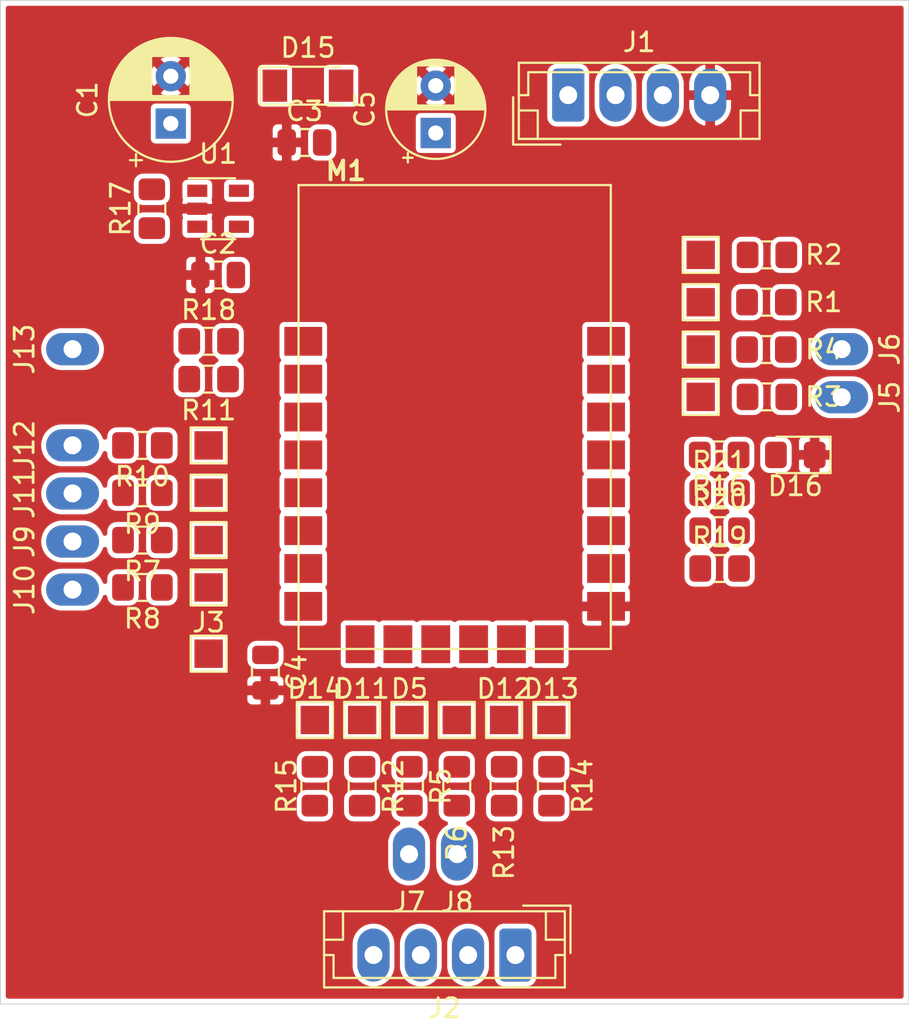
<source format=kicad_pcb>
(kicad_pcb (version 20171130) (host pcbnew "(5.1.2)-1")
  (layers (0 F.Cu signal) (31 B.Cu signal) (34 B.Paste user) (35 F.Paste user) (36 B.SilkS user) (37 F.SilkS user) (38 B.Mask user) (39 F.Mask user) (44 Edge.Cuts user))
  (net 0 "")
  (net 1 "Net-(C1-Pad1)")
  (net 2 GND)
  (net 3 "Net-(C2-Pad2)")
  (net 4 /3V3)
  (net 5 /RXD0)
  (net 6 /TXD0)
  (net 7 /IO4)
  (net 8 /IO5)
  (net 9 /IO9)
  (net 10 /IO10)
  (net 11 /IO12)
  (net 12 /IO13)
  (net 13 /IO14)
  (net 14 /IO16)
  (net 15 /MISO)
  (net 16 /MOSI)
  (net 17 /SCK)
  (net 18 /SC0)
  (net 19 "Net-(D15-Pad2)")
  (net 20 "Net-(D16-Pad2)")
  (net 21 /RXD)
  (net 22 /TXD)
  (net 23 "Net-(J2-Pad4)")
  (net 24 "Net-(J2-Pad3)")
  (net 25 "Net-(J2-Pad2)")
  (net 26 "Net-(J2-Pad1)")
  (net 27 /ADC)
  (net 28 "Net-(R17-Pad1)")
  (net 29 "Net-(M1-Pad1)")
  (net 30 /IO15)
  (net 31 "Net-(J4-Pad2)")
  (net 32 "Net-(J4-Pad3)")
  (net 33 /EN)
  (net 34 "Net-(J5-Pad1)")
  (net 35 "Net-(J6-Pad1)")
  (net 36 "Net-(J7-Pad1)")
  (net 37 "Net-(J8-Pad1)")
  (net 38 "Net-(J9-Pad1)")
  (net 39 "Net-(J10-Pad1)")
  (net 40 "Net-(J11-Pad1)")
  (net 41 "Net-(J12-Pad1)")
  (net 42 "Net-(J13-Pad1)")
  (module Capacitor_THT:CP_Radial_D6.3mm_P2.50mm (layer F.Cu) (at 131 76.5 90)
    (fp_text reference C1 (at 1.25 -4.4 90) (layer F.SilkS))
    (fp_text value CP)
    (pad 1 thru_hole rect (at 0 0 90) (size 1.6 1.6) (drill 0.8) (layers *.Cu *.Mask) (net 1 "Net-(C1-Pad1)"))
    (pad 2 thru_hole circle (at 2.5 0 90) (size 1.6 1.6) (drill 0.8) (layers *.Cu *.Mask) (net 2 GND))
  )
  (module Capacitor_SMD:C_0805_2012Metric (layer F.Cu) (at 133.5 84.5)
    (fp_text reference C2 (at 0 -1.65) (layer F.SilkS))
    (fp_text value 0.1)
    (pad 1 smd roundrect (at -0.9375 0) (size 0.975 1.4) (layers F.Cu F.Paste F.Mask) (net 2 GND))
    (pad 2 smd roundrect (at 0.9375 0) (size 0.975 1.4) (layers F.Cu F.Paste F.Mask) (net 3 "Net-(C2-Pad2)"))
  )
  (module Capacitor_SMD:C_0805_2012Metric (layer F.Cu) (at 138.0625 77.5)
    (fp_text reference C3 (at 0 -1.65) (layer F.SilkS))
    (fp_text value 0.1)
    (pad 2 smd roundrect (at 0.9375 0) (size 0.975 1.4) (layers F.Cu F.Paste F.Mask) (net 4 /3V3))
    (pad 1 smd roundrect (at -0.9375 0) (size 0.975 1.4) (layers F.Cu F.Paste F.Mask) (net 2 GND))
  )
  (module Capacitor_SMD:C_0805_2012Metric (layer F.Cu) (at 136 105.5 270)
    (fp_text reference C4 (at 0 -1.65 90) (layer F.SilkS))
    (fp_text value 0.1)
    (pad 1 smd roundrect (at -0.9375 0 270) (size 0.975 1.4) (layers F.Cu F.Paste F.Mask) (net 4 /3V3))
    (pad 2 smd roundrect (at 0.9375 0 270) (size 0.975 1.4) (layers F.Cu F.Paste F.Mask) (net 2 GND))
  )
  (module Capacitor_THT:CP_Radial_D5.0mm_P2.50mm (layer F.Cu) (at 145 77 90)
    (fp_text reference C5 (at 1.25 -3.75 90) (layer F.SilkS))
    (fp_text value CP)
    (pad 1 thru_hole rect (at 0 0 90) (size 1.6 1.6) (drill 0.8) (layers *.Cu *.Mask) (net 4 /3V3))
    (pad 2 thru_hole circle (at 2.5 0 90) (size 1.6 1.6) (drill 0.8) (layers *.Cu *.Mask) (net 2 GND))
  )
  (module TestPoint:TestPoint_Pad_1.5x1.5mm (layer F.Cu) (at 159 85.936)
    (fp_text reference D1 hide)
    (fp_text value Sold_Pad_small)
    (pad 1 smd rect (at 0 0) (size 1.5 1.5) (layers F.Cu F.Mask) (net 5 /RXD0))
  )
  (module TestPoint:TestPoint_Pad_1.5x1.5mm (layer F.Cu) (at 159 83.436)
    (fp_text reference D2 hide)
    (fp_text value Sold_Pad_small)
    (pad 1 smd rect (at 0 0) (size 1.5 1.5) (layers F.Cu F.Mask) (net 6 /TXD0))
  )
  (module TestPoint:TestPoint_Pad_1.5x1.5mm (layer F.Cu) (at 159 90.936)
    (fp_text reference D3 hide)
    (fp_text value Sold_Pad_small)
    (pad 1 smd rect (at 0 0) (size 1.5 1.5) (layers F.Cu F.Mask) (net 7 /IO4))
  )
  (module TestPoint:TestPoint_Pad_1.5x1.5mm (layer F.Cu) (at 159 88.436)
    (fp_text reference D4 hide)
    (fp_text value Sold_Pad_small)
    (pad 1 smd rect (at 0 0) (size 1.5 1.5) (layers F.Cu F.Mask) (net 8 /IO5))
  )
  (module TestPoint:TestPoint_Pad_1.5x1.5mm (layer F.Cu) (at 143.611 108)
    (fp_text reference D5 (at 0 -1.648) (layer F.SilkS))
    (fp_text value Sold_Pad_small)
    (pad 1 smd rect (at 0 0) (size 1.5 1.5) (layers F.Cu F.Mask) (net 9 /IO9))
  )
  (module TestPoint:TestPoint_Pad_1.5x1.5mm (layer F.Cu) (at 146.111 108)
    (fp_text reference D6 hide)
    (fp_text value Sold_Pad_small hide)
    (pad 1 smd rect (at 0 0) (size 1.5 1.5) (layers F.Cu F.Mask) (net 10 /IO10))
  )
  (module TestPoint:TestPoint_Pad_1.5x1.5mm (layer F.Cu) (at 133 98.5)
    (fp_text reference D7 hide)
    (fp_text value Sold_Pad_small)
    (pad 1 smd rect (at 0 0) (size 1.5 1.5) (layers F.Cu F.Mask) (net 11 /IO12))
  )
  (module TestPoint:TestPoint_Pad_1.5x1.5mm (layer F.Cu) (at 133 101)
    (fp_text reference D8 hide)
    (fp_text value Sold_Pad_small)
    (pad 1 smd rect (at 0 0) (size 1.5 1.5) (layers F.Cu F.Mask) (net 12 /IO13))
  )
  (module TestPoint:TestPoint_Pad_1.5x1.5mm (layer F.Cu) (at 133 96)
    (fp_text reference D9 hide)
    (fp_text value Sold_Pad_small)
    (pad 1 smd rect (at 0 0) (size 1.5 1.5) (layers F.Cu F.Mask) (net 13 /IO14))
  )
  (module TestPoint:TestPoint_Pad_1.5x1.5mm (layer F.Cu) (at 133 93.5)
    (fp_text reference D10 hide)
    (fp_text value Sold_Pad_small hide)
    (pad 1 smd rect (at 0 0) (size 1.5 1.5) (layers F.Cu F.Mask) (net 14 /IO16))
  )
  (module TestPoint:TestPoint_Pad_1.5x1.5mm (layer F.Cu) (at 141.111 108)
    (fp_text reference D11 (at 0 -1.648) (layer F.SilkS))
    (fp_text value Sold_Pad_small)
    (pad 1 smd rect (at 0 0) (size 1.5 1.5) (layers F.Cu F.Mask) (net 15 /MISO))
  )
  (module TestPoint:TestPoint_Pad_1.5x1.5mm (layer F.Cu) (at 148.611 108)
    (fp_text reference D12 (at 0 -1.648) (layer F.SilkS))
    (fp_text value Sold_Pad_small)
    (pad 1 smd rect (at 0 0) (size 1.5 1.5) (layers F.Cu F.Mask) (net 16 /MOSI))
  )
  (module TestPoint:TestPoint_Pad_1.5x1.5mm (layer F.Cu) (at 151.111 108)
    (fp_text reference D13 (at 0 -1.648) (layer F.SilkS))
    (fp_text value Sold_Pad_small)
    (pad 1 smd rect (at 0 0) (size 1.5 1.5) (layers F.Cu F.Mask) (net 17 /SCK))
  )
  (module TestPoint:TestPoint_Pad_1.5x1.5mm (layer F.Cu) (at 138.611 108)
    (fp_text reference D14 (at 0 -1.648) (layer F.SilkS))
    (fp_text value Sold_Pad_small)
    (pad 1 smd rect (at 0 0) (size 1.5 1.5) (layers F.Cu F.Mask) (net 18 /SC0))
  )
  (module Diode_SMD:D_MiniMELF (layer F.Cu) (at 138.25 74.5)
    (fp_text reference D15 (at 0 -2) (layer F.SilkS))
    (fp_text value BAS32)
    (pad 1 smd rect (at -1.75 0) (size 1.3 1.7) (layers F.Cu F.Paste F.Mask) (net 1 "Net-(C1-Pad1)"))
    (pad 2 smd rect (at 1.75 0) (size 1.3 1.7) (layers F.Cu F.Paste F.Mask) (net 19 "Net-(D15-Pad2)"))
  )
  (module LED_SMD:LED_0805_2012Metric_Pad1.15x1.40mm_HandSolder (layer F.Cu) (at 164 94 180)
    (fp_text reference D16 (at 0 -1.65) (layer F.SilkS))
    (fp_text value LED)
    (pad 1 smd roundrect (at -1.025 0 180) (size 1.15 1.4) (layers F.Cu F.Paste F.Mask) (roundrect_rratio 0.217391) (net 2 GND))
    (pad 2 smd roundrect (at 1.025 0 180) (size 1.15 1.4) (layers F.Cu F.Paste F.Mask) (roundrect_rratio 0.217391) (net 20 "Net-(D16-Pad2)"))
  )
  (module Connector_JST:JST_EH_B4B-EH-A_1x04_P2.50mm_Vertical (layer F.Cu) (at 152 75)
    (fp_text reference J1 (at 3.75 -2.8) (layer F.SilkS))
    (fp_text value UART)
    (pad 1 thru_hole roundrect (at 0 0) (size 1.7 2.8) (drill 0.95) (layers *.Cu *.Mask) (roundrect_rratio 0.147) (net 19 "Net-(D15-Pad2)"))
    (pad 2 thru_hole oval (at 2.5 0) (size 1.7 2.8) (drill 0.95) (layers *.Cu *.Mask) (net 21 /RXD))
    (pad 3 thru_hole oval (at 5 0) (size 1.7 2.8) (drill 0.95) (layers *.Cu *.Mask) (net 22 /TXD))
    (pad 4 thru_hole oval (at 7.5 0) (size 1.7 2.8) (drill 0.95) (layers *.Cu *.Mask) (net 2 GND))
  )
  (module Connector_JST:JST_EH_B4B-EH-A_1x04_P2.50mm_Vertical (layer F.Cu) (at 149.21 120.415 180)
    (fp_text reference J2 (at 3.75 -2.8) (layer F.SilkS))
    (fp_text value SPI)
    (pad 4 thru_hole oval (at 7.5 0 180) (size 1.7 2.8) (drill 0.95) (layers *.Cu *.Mask) (net 23 "Net-(J2-Pad4)"))
    (pad 3 thru_hole oval (at 5 0 180) (size 1.7 2.8) (drill 0.95) (layers *.Cu *.Mask) (net 24 "Net-(J2-Pad3)"))
    (pad 2 thru_hole oval (at 2.5 0 180) (size 1.7 2.8) (drill 0.95) (layers *.Cu *.Mask) (net 25 "Net-(J2-Pad2)"))
    (pad 1 thru_hole roundrect (at 0 0 180) (size 1.7 2.8) (drill 0.95) (layers *.Cu *.Mask) (roundrect_rratio 0.147) (net 26 "Net-(J2-Pad1)"))
  )
  (module TestPoint:TestPoint_Pad_1.5x1.5mm (layer F.Cu) (at 133 104.5)
    (fp_text reference J3 (at 0 -1.648) (layer F.SilkS))
    (fp_text value Sold_Pad_small)
    (pad 1 smd rect (at 0 0) (size 1.5 1.5) (layers F.Cu F.Mask) (net 4 /3V3))
  )
  (module Resistor_SMD:R_0805_2012Metric_Pad1.15x1.40mm_HandSolder (layer F.Cu) (at 162.475 85.936)
    (fp_text reference R1 (at 3.025 0) (layer F.SilkS))
    (fp_text value 100)
    (pad 2 smd roundrect (at 1.025 0) (size 1.15 1.4) (layers F.Cu F.Paste F.Mask) (roundrect_rratio 0.217391) (net 21 /RXD))
    (pad 1 smd roundrect (at -1.025 0) (size 1.15 1.4) (layers F.Cu F.Paste F.Mask) (roundrect_rratio 0.217391) (net 5 /RXD0))
  )
  (module Resistor_SMD:R_0805_2012Metric_Pad1.15x1.40mm_HandSolder (layer F.Cu) (at 162.5 83.436)
    (fp_text reference R2 (at 3 0) (layer F.SilkS))
    (fp_text value 100)
    (pad 1 smd roundrect (at -1.025 0) (size 1.15 1.4) (layers F.Cu F.Paste F.Mask) (roundrect_rratio 0.217391) (net 6 /TXD0))
    (pad 2 smd roundrect (at 1.025 0) (size 1.15 1.4) (layers F.Cu F.Paste F.Mask) (roundrect_rratio 0.217391) (net 22 /TXD))
  )
  (module Resistor_SMD:R_0805_2012Metric_Pad1.15x1.40mm_HandSolder (layer F.Cu) (at 162.5 90.936)
    (fp_text reference R3 (at 3 0) (layer F.SilkS))
    (fp_text value 100)
    (pad 2 smd roundrect (at 1.025 0) (size 1.15 1.4) (layers F.Cu F.Paste F.Mask) (roundrect_rratio 0.217391) (net 34 "Net-(J5-Pad1)"))
    (pad 1 smd roundrect (at -1.025 0) (size 1.15 1.4) (layers F.Cu F.Paste F.Mask) (roundrect_rratio 0.217391) (net 7 /IO4))
  )
  (module Resistor_SMD:R_0805_2012Metric_Pad1.15x1.40mm_HandSolder (layer F.Cu) (at 162.475 88.436)
    (fp_text reference R4 (at 3.025 0) (layer F.SilkS))
    (fp_text value 100)
    (pad 1 smd roundrect (at -1.025 0) (size 1.15 1.4) (layers F.Cu F.Paste F.Mask) (roundrect_rratio 0.217391) (net 8 /IO5))
    (pad 2 smd roundrect (at 1.025 0) (size 1.15 1.4) (layers F.Cu F.Paste F.Mask) (roundrect_rratio 0.217391) (net 35 "Net-(J6-Pad1)"))
  )
  (module Resistor_SMD:R_0805_2012Metric_Pad1.15x1.40mm_HandSolder (layer F.Cu) (at 143.611 111.5 270)
    (fp_text reference R5 (at 0 -1.65 90) (layer F.SilkS))
    (fp_text value 100)
    (pad 2 smd roundrect (at 1.025 0 270) (size 1.15 1.4) (layers F.Cu F.Paste F.Mask) (roundrect_rratio 0.217391) (net 36 "Net-(J7-Pad1)"))
    (pad 1 smd roundrect (at -1.025 0 270) (size 1.15 1.4) (layers F.Cu F.Paste F.Mask) (roundrect_rratio 0.217391) (net 9 /IO9))
  )
  (module Resistor_SMD:R_0805_2012Metric_Pad1.15x1.40mm_HandSolder (layer F.Cu) (at 146.111 111.5 270)
    (fp_text reference R6 (at 3 0 90) (layer F.SilkS))
    (fp_text value 100)
    (pad 1 smd roundrect (at -1.025 0 270) (size 1.15 1.4) (layers F.Cu F.Paste F.Mask) (roundrect_rratio 0.217391) (net 10 /IO10))
    (pad 2 smd roundrect (at 1.025 0 270) (size 1.15 1.4) (layers F.Cu F.Paste F.Mask) (roundrect_rratio 0.217391) (net 37 "Net-(J8-Pad1)"))
  )
  (module Resistor_SMD:R_0805_2012Metric_Pad1.15x1.40mm_HandSolder (layer F.Cu) (at 129.5 98.5 180)
    (fp_text reference R7 (at 0 -1.65) (layer F.SilkS))
    (fp_text value 100)
    (pad 2 smd roundrect (at 1.025 0 180) (size 1.15 1.4) (layers F.Cu F.Paste F.Mask) (roundrect_rratio 0.217391) (net 38 "Net-(J9-Pad1)"))
    (pad 1 smd roundrect (at -1.025 0 180) (size 1.15 1.4) (layers F.Cu F.Paste F.Mask) (roundrect_rratio 0.217391) (net 11 /IO12))
  )
  (module Resistor_SMD:R_0805_2012Metric_Pad1.15x1.40mm_HandSolder (layer F.Cu) (at 129.5 101 180)
    (fp_text reference R8 (at 0 -1.65) (layer F.SilkS))
    (fp_text value 100)
    (pad 2 smd roundrect (at 1.025 0 180) (size 1.15 1.4) (layers F.Cu F.Paste F.Mask) (roundrect_rratio 0.217391) (net 39 "Net-(J10-Pad1)"))
    (pad 1 smd roundrect (at -1.025 0 180) (size 1.15 1.4) (layers F.Cu F.Paste F.Mask) (roundrect_rratio 0.217391) (net 12 /IO13))
  )
  (module Resistor_SMD:R_0805_2012Metric_Pad1.15x1.40mm_HandSolder (layer F.Cu) (at 129.5 96 180)
    (fp_text reference R9 (at 0 -1.65) (layer F.SilkS))
    (fp_text value 100)
    (pad 1 smd roundrect (at -1.025 0 180) (size 1.15 1.4) (layers F.Cu F.Paste F.Mask) (roundrect_rratio 0.217391) (net 13 /IO14))
    (pad 2 smd roundrect (at 1.025 0 180) (size 1.15 1.4) (layers F.Cu F.Paste F.Mask) (roundrect_rratio 0.217391) (net 40 "Net-(J11-Pad1)"))
  )
  (module Resistor_SMD:R_0805_2012Metric_Pad1.15x1.40mm_HandSolder (layer F.Cu) (at 129.5 93.5 180)
    (fp_text reference R10 (at 0 -1.65) (layer F.SilkS))
    (fp_text value 100)
    (pad 2 smd roundrect (at 1.025 0 180) (size 1.15 1.4) (layers F.Cu F.Paste F.Mask) (roundrect_rratio 0.217391) (net 41 "Net-(J12-Pad1)"))
    (pad 1 smd roundrect (at -1.025 0 180) (size 1.15 1.4) (layers F.Cu F.Paste F.Mask) (roundrect_rratio 0.217391) (net 14 /IO16))
  )
  (module Resistor_SMD:R_0805_2012Metric_Pad1.15x1.40mm_HandSolder (layer F.Cu) (at 133 90 180)
    (fp_text reference R11 (at 0 -1.65) (layer F.SilkS))
    (fp_text value 100)
    (pad 1 smd roundrect (at -1.025 0 180) (size 1.15 1.4) (layers F.Cu F.Paste F.Mask) (roundrect_rratio 0.217391) (net 27 /ADC))
    (pad 2 smd roundrect (at 1.025 0 180) (size 1.15 1.4) (layers F.Cu F.Paste F.Mask) (roundrect_rratio 0.217391) (net 42 "Net-(J13-Pad1)"))
  )
  (module Resistor_SMD:R_0805_2012Metric_Pad1.15x1.40mm_HandSolder (layer F.Cu) (at 141.111 111.5 270)
    (fp_text reference R12 (at 0 -1.65 90) (layer F.SilkS))
    (fp_text value 100)
    (pad 2 smd roundrect (at 1.025 0 270) (size 1.15 1.4) (layers F.Cu F.Paste F.Mask) (roundrect_rratio 0.217391) (net 24 "Net-(J2-Pad3)"))
    (pad 1 smd roundrect (at -1.025 0 270) (size 1.15 1.4) (layers F.Cu F.Paste F.Mask) (roundrect_rratio 0.217391) (net 15 /MISO))
  )
  (module Resistor_SMD:R_0805_2012Metric_Pad1.15x1.40mm_HandSolder (layer F.Cu) (at 148.611 111.5 270)
    (fp_text reference R13 (at 3.5 0 90) (layer F.SilkS))
    (fp_text value 100)
    (pad 1 smd roundrect (at -1.025 0 270) (size 1.15 1.4) (layers F.Cu F.Paste F.Mask) (roundrect_rratio 0.217391) (net 16 /MOSI))
    (pad 2 smd roundrect (at 1.025 0 270) (size 1.15 1.4) (layers F.Cu F.Paste F.Mask) (roundrect_rratio 0.217391) (net 25 "Net-(J2-Pad2)"))
  )
  (module Resistor_SMD:R_0805_2012Metric_Pad1.15x1.40mm_HandSolder (layer F.Cu) (at 151.111 111.5 270)
    (fp_text reference R14 (at 0 -1.65 90) (layer F.SilkS))
    (fp_text value 100)
    (pad 1 smd roundrect (at -1.025 0 270) (size 1.15 1.4) (layers F.Cu F.Paste F.Mask) (roundrect_rratio 0.217391) (net 17 /SCK))
    (pad 2 smd roundrect (at 1.025 0 270) (size 1.15 1.4) (layers F.Cu F.Paste F.Mask) (roundrect_rratio 0.217391) (net 26 "Net-(J2-Pad1)"))
  )
  (module Resistor_SMD:R_0805_2012Metric_Pad1.15x1.40mm_HandSolder (layer F.Cu) (at 138.611 111.5 270)
    (fp_text reference R15 (at 0 1.5 90) (layer F.SilkS))
    (fp_text value 100)
    (pad 1 smd roundrect (at -1.025 0 270) (size 1.15 1.4) (layers F.Cu F.Paste F.Mask) (roundrect_rratio 0.217391) (net 18 /SC0))
    (pad 2 smd roundrect (at 1.025 0 270) (size 1.15 1.4) (layers F.Cu F.Paste F.Mask) (roundrect_rratio 0.217391) (net 23 "Net-(J2-Pad4)"))
  )
  (module Resistor_SMD:R_0805_2012Metric_Pad1.15x1.40mm_HandSolder (layer F.Cu) (at 159.975 94 180)
    (fp_text reference R16 (at 0 -1.65) (layer F.SilkS))
    (fp_text value 100)
    (pad 2 smd roundrect (at 1.025 0 180) (size 1.15 1.4) (layers F.Cu F.Paste F.Mask) (roundrect_rratio 0.217391) (net 7 /IO4))
    (pad 1 smd roundrect (at -1.025 0 180) (size 1.15 1.4) (layers F.Cu F.Paste F.Mask) (roundrect_rratio 0.217391) (net 20 "Net-(D16-Pad2)"))
  )
  (module Resistor_SMD:R_0805_2012Metric_Pad1.15x1.40mm_HandSolder (layer F.Cu) (at 130 81 90)
    (fp_text reference R17 (at 0 -1.65 90) (layer F.SilkS))
    (fp_text value 10k)
    (pad 2 smd roundrect (at 1.025 0 90) (size 1.15 1.4) (layers F.Cu F.Paste F.Mask) (roundrect_rratio 0.217391) (net 1 "Net-(C1-Pad1)"))
    (pad 1 smd roundrect (at -1.025 0 90) (size 1.15 1.4) (layers F.Cu F.Paste F.Mask) (roundrect_rratio 0.217391) (net 28 "Net-(R17-Pad1)"))
  )
  (module Resistor_SMD:R_0805_2012Metric_Pad1.15x1.40mm_HandSolder (layer F.Cu) (at 133 88)
    (fp_text reference R18 (at 0 -1.65) (layer F.SilkS))
    (fp_text value 10k)
    (pad 1 smd roundrect (at -1.025 0) (size 1.15 1.4) (layers F.Cu F.Paste F.Mask) (roundrect_rratio 0.217391) (net 4 /3V3))
    (pad 2 smd roundrect (at 1.025 0) (size 1.15 1.4) (layers F.Cu F.Paste F.Mask) (roundrect_rratio 0.217391) (net 29 "Net-(M1-Pad1)"))
  )
  (module Resistor_SMD:R_0805_2012Metric_Pad1.15x1.40mm_HandSolder (layer F.Cu) (at 160 100)
    (fp_text reference R19 (at 0 -1.65) (layer F.SilkS))
    (fp_text value 10k)
    (pad 1 smd roundrect (at -1.025 0) (size 1.15 1.4) (layers F.Cu F.Paste F.Mask) (roundrect_rratio 0.217391) (net 30 /IO15))
    (pad 2 smd roundrect (at 1.025 0) (size 1.15 1.4) (layers F.Cu F.Paste F.Mask) (roundrect_rratio 0.217391) (net 4 /3V3))
  )
  (module Resistor_SMD:R_0805_2012Metric_Pad1.15x1.40mm_HandSolder (layer F.Cu) (at 160 98)
    (fp_text reference R20 (at 0 -1.65) (layer F.SilkS))
    (fp_text value 10k)
    (pad 2 smd roundrect (at 1.025 0) (size 1.15 1.4) (layers F.Cu F.Paste F.Mask) (roundrect_rratio 0.217391) (net 4 /3V3))
    (pad 1 smd roundrect (at -1.025 0) (size 1.15 1.4) (layers F.Cu F.Paste F.Mask) (roundrect_rratio 0.217391) (net 31 "Net-(J4-Pad2)"))
  )
  (module Resistor_SMD:R_0805_2012Metric_Pad1.15x1.40mm_HandSolder (layer F.Cu) (at 160 96)
    (fp_text reference R21 (at 0 -1.65) (layer F.SilkS))
    (fp_text value 10k)
    (pad 1 smd roundrect (at -1.025 0) (size 1.15 1.4) (layers F.Cu F.Paste F.Mask) (roundrect_rratio 0.217391) (net 32 "Net-(J4-Pad3)"))
    (pad 2 smd roundrect (at 1.025 0) (size 1.15 1.4) (layers F.Cu F.Paste F.Mask) (roundrect_rratio 0.217391) (net 4 /3V3))
  )
  (module esp-12f_module:esp-12f_module (layer F.Cu) (at 148 100)
    (fp_text reference M1 (at -7.75 -21) (layer F.SilkS) (effects (font (thickness 0.2))))
    (fp_text value ESP-12F)
    (pad 9 smd rect (at -7 4) (size 1.524 2) (layers F.Cu F.Paste F.Mask) (net 18 /SC0))
    (pad 10 smd rect (at -5 4) (size 1.524 2) (layers F.Cu F.Paste F.Mask) (net 15 /MISO))
    (pad 11 smd rect (at -3 4) (size 1.524 2) (layers F.Cu F.Paste F.Mask) (net 9 /IO9))
    (pad 12 smd rect (at -1 4) (size 1.524 2) (layers F.Cu F.Paste F.Mask) (net 10 /IO10))
    (pad 13 smd rect (at 1 4) (size 1.524 2) (layers F.Cu F.Paste F.Mask) (net 16 /MOSI))
    (pad 14 smd rect (at 3 4) (size 1.524 2) (layers F.Cu F.Paste F.Mask) (net 17 /SCK))
    (pad 7 smd rect (at -10 0 270) (size 1.524 2) (layers F.Cu F.Paste F.Mask) (net 12 /IO13))
    (pad 6 smd rect (at -10 -2 270) (size 1.524 2) (layers F.Cu F.Paste F.Mask) (net 11 /IO12))
    (pad 5 smd rect (at -10 -4 270) (size 1.524 2) (layers F.Cu F.Paste F.Mask) (net 13 /IO14))
    (pad 4 smd rect (at -10 -6 270) (size 1.524 2) (layers F.Cu F.Paste F.Mask) (net 14 /IO16))
    (pad 3 smd rect (at -10 -8 270) (size 1.524 2) (layers F.Cu F.Paste F.Mask) (net 33 /EN))
    (pad 2 smd rect (at -10 -10 270) (size 1.524 2) (layers F.Cu F.Paste F.Mask) (net 27 /ADC))
    (pad 1 smd rect (at -10 -12 270) (size 1.524 2) (layers F.Cu F.Paste F.Mask) (net 29 "Net-(M1-Pad1)"))
    (pad 22 smd rect (at 6 -12 270) (size 1.524 2) (layers F.Cu F.Paste F.Mask) (net 6 /TXD0))
    (pad 21 smd rect (at 6 -10 270) (size 1.524 2) (layers F.Cu F.Paste F.Mask) (net 5 /RXD0))
    (pad 18 smd rect (at 6 -4 270) (size 1.524 2) (layers F.Cu F.Paste F.Mask) (net 32 "Net-(J4-Pad3)"))
    (pad 17 smd rect (at 6 -2 270) (size 1.524 2) (layers F.Cu F.Paste F.Mask) (net 31 "Net-(J4-Pad2)"))
    (pad 16 smd rect (at 6 0 270) (size 1.524 2) (layers F.Cu F.Paste F.Mask) (net 30 /IO15))
    (pad 19 smd rect (at 6 -6 270) (size 1.524 2) (layers F.Cu F.Paste F.Mask) (net 7 /IO4))
    (pad 20 smd rect (at 6 -8 270) (size 1.524 2) (layers F.Cu F.Paste F.Mask) (net 8 /IO5))
    (pad 15 smd rect (at 6 2 270) (size 1.524 2) (layers F.Cu F.Paste F.Mask) (net 2 GND))
    (pad 8 smd rect (at -10 2 270) (size 1.524 2) (layers F.Cu F.Paste F.Mask) (net 4 /3V3))
  )
  (module ics:SOT-23-5 (layer F.Cu) (at 133.5 81)
    (fp_text reference U1 (at 0 -2.9) (layer F.SilkS))
    (fp_text value SIP21106)
    (pad 1 smd rect (at -1.1 -0.95) (size 1.06 0.65) (layers F.Cu F.Paste F.Mask) (net 1 "Net-(C1-Pad1)"))
    (pad 2 smd rect (at -1.1 0) (size 1.06 0.65) (layers F.Cu F.Paste F.Mask) (net 2 GND))
    (pad 3 smd rect (at -1.1 0.95) (size 1.06 0.65) (layers F.Cu F.Paste F.Mask) (net 28 "Net-(R17-Pad1)"))
    (pad 4 smd rect (at 1.1 0.95) (size 1.06 0.65) (layers F.Cu F.Paste F.Mask) (net 3 "Net-(C2-Pad2)"))
    (pad 5 smd rect (at 1.1 -0.95) (size 1.06 0.65) (layers F.Cu F.Paste F.Mask) (net 4 /3V3))
  )
  (module Connector_Wire:SolderWirePad_1x01_Drill0.8mm (layer F.Cu) (at 166.45 90.955 270)
    (fp_text reference J5 (at 0 -2.54 90) (layer F.SilkS))
    (fp_text value Conn_01x01)
    (pad 1 thru_hole oval (at 0 0 270) (size 1.7 2.8) (drill 0.95) (layers *.Cu *.Mask) (net 34 "Net-(J5-Pad1)"))
  )
  (module Connector_Wire:SolderWirePad_1x01_Drill0.8mm (layer F.Cu) (at 166.45 88.415 270)
    (fp_text reference J6 (at 0 -2.54 90) (layer F.SilkS))
    (fp_text value Conn_01x01)
    (pad 1 thru_hole oval (at 0 0 270) (size 1.7 2.8) (drill 0.95) (layers *.Cu *.Mask) (net 35 "Net-(J6-Pad1)"))
  )
  (module Connector_Wire:SolderWirePad_1x01_Drill0.8mm (layer F.Cu) (at 143.59 115.085 180)
    (fp_text reference J7 (at 0 -2.54) (layer F.SilkS))
    (fp_text value Conn_01x01)
    (pad 1 thru_hole oval (at 0 0 180) (size 1.7 2.8) (drill 0.95) (layers *.Cu *.Mask) (net 36 "Net-(J7-Pad1)"))
  )
  (module Connector_Wire:SolderWirePad_1x01_Drill0.8mm (layer F.Cu) (at 146.13 115.085 180)
    (fp_text reference J8 (at 0 -2.54) (layer F.SilkS))
    (fp_text value Conn_01x01)
    (pad 1 thru_hole oval (at 0 0 180) (size 1.7 2.8) (drill 0.95) (layers *.Cu *.Mask) (net 37 "Net-(J8-Pad1)"))
  )
  (module Connector_Wire:SolderWirePad_1x01_Drill0.8mm (layer F.Cu) (at 125.81 98.575 90)
    (fp_text reference J9 (at 0 -2.54 90) (layer F.SilkS))
    (fp_text value Conn_01x01)
    (pad 1 thru_hole oval (at 0 0 90) (size 1.7 2.8) (drill 0.95) (layers *.Cu *.Mask) (net 38 "Net-(J9-Pad1)"))
  )
  (module Connector_Wire:SolderWirePad_1x01_Drill0.8mm (layer F.Cu) (at 125.81 101.115 90)
    (fp_text reference J10 (at 0 -2.54 90) (layer F.SilkS))
    (fp_text value Conn_01x01)
    (pad 1 thru_hole oval (at 0 0 90) (size 1.7 2.8) (drill 0.95) (layers *.Cu *.Mask) (net 39 "Net-(J10-Pad1)"))
  )
  (module Connector_Wire:SolderWirePad_1x01_Drill0.8mm (layer F.Cu) (at 125.81 96.035 90)
    (fp_text reference J11 (at 0 -2.54 90) (layer F.SilkS))
    (fp_text value Conn_01x01)
    (pad 1 thru_hole oval (at 0 0 90) (size 1.7 2.8) (drill 0.95) (layers *.Cu *.Mask) (net 40 "Net-(J11-Pad1)"))
  )
  (module Connector_Wire:SolderWirePad_1x01_Drill0.8mm (layer F.Cu) (at 125.81 93.495 90)
    (fp_text reference J12 (at 0 -2.54 90) (layer F.SilkS))
    (fp_text value Conn_01x01)
    (pad 1 thru_hole oval (at 0 0 90) (size 1.7 2.8) (drill 0.95) (layers *.Cu *.Mask) (net 41 "Net-(J12-Pad1)"))
  )
  (module Connector_Wire:SolderWirePad_1x01_Drill0.8mm (layer F.Cu) (at 125.81 88.415 90)
    (fp_text reference J13 (at 0 -2.54 90) (layer F.SilkS))
    (fp_text value Conn_01x01)
    (pad 1 thru_hole oval (at 0 0 90) (size 1.7 2.8) (drill 0.95) (layers *.Cu *.Mask) (net 42 "Net-(J13-Pad1)"))
  )
  (gr_line (start 122 123) (end 122 70) (layer Edge.Cuts) (width 0.05))
  (gr_line (start 170 123) (end 122 123) (layer Edge.Cuts) (width 0.05))
  (gr_line (start 170 70) (end 170 123) (layer Edge.Cuts) (width 0.05))
  (gr_line (start 122 70) (end 170 70) (layer Edge.Cuts) (width 0.05))
  (zone (net 2) (net_name GND) (layer F.Cu) (connect_pads (clearance 0.254)) (min_thickness 0.254) (fill yes (arc_segments 32) (thermal_gap 0.254) (thermal_bridge_width 0.508))
    (polygon (pts (xy 122 70) (xy 170 70) (xy 170 123) (xy 122 123)))
  )
)
</source>
